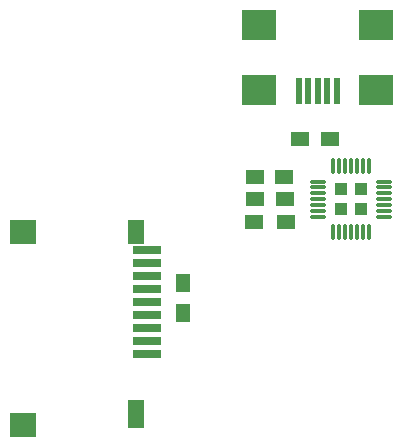
<source format=gtp>
G04 #@! TF.GenerationSoftware,KiCad,Pcbnew,(5.1.2)-1*
G04 #@! TF.CreationDate,2019-06-25T19:28:50+03:00*
G04 #@! TF.ProjectId,de0-nano-exp2,6465302d-6e61-46e6-9f2d-657870322e6b,rev?*
G04 #@! TF.SameCoordinates,Original*
G04 #@! TF.FileFunction,Paste,Top*
G04 #@! TF.FilePolarity,Positive*
%FSLAX46Y46*%
G04 Gerber Fmt 4.6, Leading zero omitted, Abs format (unit mm)*
G04 Created by KiCad (PCBNEW (5.1.2)-1) date 2019-06-25 19:28:50*
%MOMM*%
%LPD*%
G04 APERTURE LIST*
%ADD10R,2.400000X0.700000*%
%ADD11R,1.400000X2.000000*%
%ADD12R,1.400000X2.400000*%
%ADD13R,2.200000X2.000000*%
%ADD14R,3.000000X2.500000*%
%ADD15R,0.500000X2.300000*%
%ADD16R,1.500000X1.250000*%
%ADD17R,1.250000X1.500000*%
%ADD18R,1.500000X1.300000*%
%ADD19O,0.300000X1.500000*%
%ADD20O,1.500000X0.300000*%
%ADD21R,1.005000X1.005000*%
G04 APERTURE END LIST*
D10*
X145520000Y-93980000D03*
X145520000Y-95080000D03*
X145520000Y-96180000D03*
X145520000Y-92880000D03*
X145520000Y-91780000D03*
X145520000Y-90680000D03*
X145520000Y-88480000D03*
X145520000Y-89580000D03*
X145520000Y-87380000D03*
D11*
X144620000Y-85830000D03*
D12*
X144620000Y-101230000D03*
D13*
X135020000Y-85830000D03*
X135020000Y-102130000D03*
D14*
X155070000Y-68320000D03*
X155070000Y-73820000D03*
X164970000Y-68320000D03*
X164970000Y-73820000D03*
D15*
X158420000Y-73920000D03*
X159220000Y-73920000D03*
X160020000Y-73920000D03*
X160820000Y-73920000D03*
X161620000Y-73920000D03*
D16*
X158536000Y-77978000D03*
X161036000Y-77978000D03*
X157226000Y-83058000D03*
X154726000Y-83058000D03*
X154686000Y-81153000D03*
X157186000Y-81153000D03*
D17*
X148590000Y-92670000D03*
X148590000Y-90170000D03*
D18*
X157306000Y-84963000D03*
X154606000Y-84963000D03*
D19*
X164314000Y-80283000D03*
X163814000Y-80283000D03*
X163314000Y-80283000D03*
X162814000Y-80283000D03*
X162314000Y-80283000D03*
X161814000Y-80283000D03*
X161314000Y-80283000D03*
D20*
X160039000Y-81558000D03*
X160039000Y-82058000D03*
X160039000Y-82558000D03*
X160039000Y-83058000D03*
X160039000Y-83558000D03*
X160039000Y-84058000D03*
X160039000Y-84558000D03*
D19*
X161314000Y-85833000D03*
X161814000Y-85833000D03*
X162314000Y-85833000D03*
X162814000Y-85833000D03*
X163314000Y-85833000D03*
X163814000Y-85833000D03*
X164314000Y-85833000D03*
D20*
X165589000Y-84558000D03*
X165589000Y-84058000D03*
X165589000Y-83558000D03*
X165589000Y-83058000D03*
X165589000Y-82558000D03*
X165589000Y-82058000D03*
X165589000Y-81558000D03*
D21*
X161976500Y-83895500D03*
X163651500Y-83895500D03*
X161976500Y-82220500D03*
X163651500Y-82220500D03*
M02*

</source>
